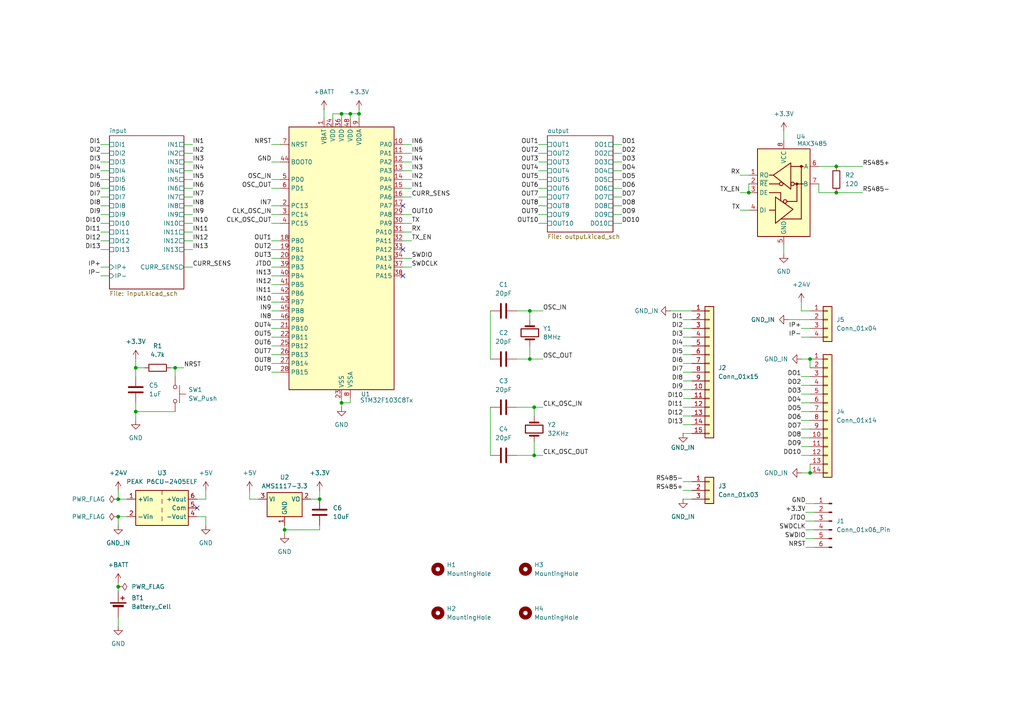
<source format=kicad_sch>
(kicad_sch (version 20250114) (generator "eeschema") (generator_version "9.0")
  (paper "A4")
  (lib_symbols
    (symbol "Connector:Conn_01x06_Pin" (pin_names (offset 1.016) (hide yes))
      (property "Reference" "J" (at 0 7.62 0))
      (property "Value" "Conn_01x06_Pin" (at 0 -10.16 0))
      (symbol "Conn_01x06_Pin_1_1"
        (pin passive line (at 5.08 5.08 180) (length 3.81) (name "Pin_1") (number "1"))
        (pin passive line (at 5.08 2.54 180) (length 3.81) (name "Pin_2") (number "2"))
        (pin passive line (at 5.08 0 180) (length 3.81) (name "Pin_3") (number "3"))
        (pin passive line (at 5.08 -2.54 180) (length 3.81) (name "Pin_4") (number "4"))
        (pin passive line (at 5.08 -5.08 180) (length 3.81) (name "Pin_5") (number "5"))
        (pin passive line (at 5.08 -7.62 180) (length 3.81) (name "Pin_6") (number "6"))
      )
    )
    (symbol "Connector_Generic:Conn_01x03" (pin_names (offset 1.016) (hide yes))
      (property "Reference" "J" (at 0 5.08 0))
      (property "Value" "Conn_01x03" (at 0 -5.08 0))
      (symbol "Conn_01x03_1_1"
        (pin passive line (at -5.08 2.54 0) (length 3.81) (name "Pin_1") (number "1"))
        (pin passive line (at -5.08 0 0) (length 3.81) (name "Pin_2") (number "2"))
        (pin passive line (at -5.08 -2.54 0) (length 3.81) (name "Pin_3") (number "3"))
      )
    )
    (symbol "Connector_Generic:Conn_01x04" (pin_names (offset 1.016) (hide yes))
      (property "Reference" "J" (at 0 5.08 0))
      (property "Value" "Conn_01x04" (at 0 -7.62 0))
      (symbol "Conn_01x04_1_1"
        (pin passive line (at -5.08 2.54 0) (length 3.81) (name "Pin_1") (number "1"))
        (pin passive line (at -5.08 0 0) (length 3.81) (name "Pin_2") (number "2"))
        (pin passive line (at -5.08 -2.54 0) (length 3.81) (name "Pin_3") (number "3"))
        (pin passive line (at -5.08 -5.08 0) (length 3.81) (name "Pin_4") (number "4"))
      )
    )
    (symbol "Connector_Generic:Conn_01x14" (pin_names (offset 1.016) (hide yes))
      (property "Reference" "J" (at 0 17.78 0))
      (property "Value" "Conn_01x14" (at 0 -20.32 0))
      (symbol "Conn_01x14_1_1"
        (pin passive line (at -5.08 15.24 0) (length 3.81) (name "Pin_1") (number "1"))
        (pin passive line (at -5.08 12.7 0) (length 3.81) (name "Pin_2") (number "2"))
        (pin passive line (at -5.08 10.16 0) (length 3.81) (name "Pin_3") (number "3"))
        (pin passive line (at -5.08 7.62 0) (length 3.81) (name "Pin_4") (number "4"))
        (pin passive line (at -5.08 5.08 0) (length 3.81) (name "Pin_5") (number "5"))
        (pin passive line (at -5.08 2.54 0) (length 3.81) (name "Pin_6") (number "6"))
        (pin passive line (at -5.08 0 0) (length 3.81) (name "Pin_7") (number "7"))
        (pin passive line (at -5.08 -2.54 0) (length 3.81) (name "Pin_8") (number "8"))
        (pin passive line (at -5.08 -5.08 0) (length 3.81) (name "Pin_9") (number "9"))
        (pin passive line (at -5.08 -7.62 0) (length 3.81) (name "Pin_10") (number "10"))
        (pin passive line (at -5.08 -10.16 0) (length 3.81) (name "Pin_11") (number "11"))
        (pin passive line (at -5.08 -12.7 0) (length 3.81) (name "Pin_12") (number "12"))
        (pin passive line (at -5.08 -15.24 0) (length 3.81) (name "Pin_13") (number "13"))
        (pin passive line (at -5.08 -17.78 0) (length 3.81) (name "Pin_14") (number "14"))
      )
    )
    (symbol "Connector_Generic:Conn_01x15" (pin_names (offset 1.016) (hide yes))
      (property "Reference" "J" (at 0 20.32 0))
      (property "Value" "Conn_01x15" (at 0 -20.32 0))
      (symbol "Conn_01x15_1_1"
        (pin passive line (at -5.08 17.78 0) (length 3.81) (name "Pin_1") (number "1"))
        (pin passive line (at -5.08 15.24 0) (length 3.81) (name "Pin_2") (number "2"))
        (pin passive line (at -5.08 12.7 0) (length 3.81) (name "Pin_3") (number "3"))
        (pin passive line (at -5.08 10.16 0) (length 3.81) (name "Pin_4") (number "4"))
        (pin passive line (at -5.08 7.62 0) (length 3.81) (name "Pin_5") (number "5"))
        (pin passive line (at -5.08 5.08 0) (length 3.81) (name "Pin_6") (number "6"))
        (pin passive line (at -5.08 2.54 0) (length 3.81) (name "Pin_7") (number "7"))
        (pin passive line (at -5.08 0 0) (length 3.81) (name "Pin_8") (number "8"))
        (pin passive line (at -5.08 -2.54 0) (length 3.81) (name "Pin_9") (number "9"))
        (pin passive line (at -5.08 -5.08 0) (length 3.81) (name "Pin_10") (number "10"))
        (pin passive line (at -5.08 -7.62 0) (length 3.81) (name "Pin_11") (number "11"))
        (pin passive line (at -5.08 -10.16 0) (length 3.81) (name "Pin_12") (number "12"))
        (pin passive line (at -5.08 -12.7 0) (length 3.81) (name "Pin_13") (number "13"))
        (pin passive line (at -5.08 -15.24 0) (length 3.81) (name "Pin_14") (number "14"))
        (pin passive line (at -5.08 -17.78 0) (length 3.81) (name "Pin_15") (number "15"))
      )
    )
    (symbol "Converter_DCDC:TMA-2405D"
      (property "Reference" "U" (at -6.35 6.35 0))
      (property "Value" "TMA-2405D" (at 2.54 6.35 0))
      (symbol "TMA-2405D_1_1"
        (pin power_in line (at -10.16 2.54 0) (length 2.54) (name "+Vin") (number "1"))
        (pin power_in line (at -10.16 -2.54 0) (length 2.54) (name "-Vin") (number "2"))
        (pin power_out line (at 10.16 2.54 180) (length 2.54) (name "+Vout") (number "6"))
        (pin power_out line (at 10.16 0 180) (length 2.54) (name "Com") (number "5"))
        (pin power_out line (at 10.16 -2.54 180) (length 2.54) (name "-Vout") (number "4"))
      )
    )
    (symbol "Device:Battery_Cell" (pin_numbers (hide yes)) (pin_names (offset 0) (hide yes))
      (property "Reference" "BT" (at 2.54 2.54 0))
      (property "Value" "Battery_Cell" (at 2.54 0 0))
      (symbol "Battery_Cell_1_1"
        (pin passive line (at 0 5.08 270) (length 2.54) (name "+") (number "1"))
        (pin passive line (at 0 -2.54 90) (length 2.54) (name "-") (number "2"))
      )
    )
    (symbol "Device:C" (pin_numbers (hide yes)) (pin_names (offset 0.254))
      (property "Reference" "C" (at 0.635 2.54 0))
      (property "Value" "C" (at 0.635 -2.54 0))
      (symbol "C_1_1"
        (pin passive line (at 0 3.81 270) (length 2.794) (name "~") (number "1"))
        (pin passive line (at 0 -3.81 90) (length 2.794) (name "~") (number "2"))
      )
    )
    (symbol "Device:Crystal" (pin_numbers (hide yes)) (pin_names (offset 1.016) (hide yes))
      (property "Reference" "Y" (at 0 3.81 0))
      (property "Value" "Crystal" (at 0 -3.81 0))
      (symbol "Crystal_1_1"
        (pin passive line (at -3.81 0 0) (length 1.27) (name "1") (number "1"))
        (pin passive line (at 3.81 0 180) (length 1.27) (name "2") (number "2"))
      )
    )
    (symbol "Device:R" (pin_numbers (hide yes)) (pin_names (offset 0))
      (property "Reference" "R" (at 2.032 0 90))
      (property "Value" "R" (at 0 0 90))
      (symbol "R_1_1"
        (pin passive line (at 0 3.81 270) (length 1.27) (name "~") (number "1"))
        (pin passive line (at 0 -3.81 90) (length 1.27) (name "~") (number "2"))
      )
    )
    (symbol "Interface_UART:MAX3485"
      (property "Reference" "U" (at -6.985 13.97 0))
      (property "Value" "MAX3485" (at 1.905 13.97 0))
      (symbol "MAX3485_1_1"
        (pin output line (at -10.16 5.08 0) (length 2.54) (name "RO") (number "1"))
        (pin input line (at -10.16 2.54 0) (length 2.54) (name "~{RE}") (number "2"))
        (pin input line (at -10.16 0 0) (length 2.54) (name "DE") (number "3"))
        (pin input line (at -10.16 -5.08 0) (length 2.54) (name "DI") (number "4"))
        (pin power_in line (at 0 15.24 270) (length 2.54) (name "VCC") (number "8"))
        (pin power_in line (at 0 -15.24 90) (length 2.54) (name "GND") (number "5"))
        (pin bidirectional line (at 10.16 7.62 180) (length 2.54) (name "A") (number "6"))
        (pin bidirectional line (at 10.16 2.54 180) (length 2.54) (name "B") (number "7"))
      )
    )
    (symbol "MCU_ST_STM32F1:STM32F103C8Tx"
      (property "Reference" "U" (at -15.24 39.37 0))
      (property "Value" "STM32F103C8Tx" (at 7.62 39.37 0))
      (symbol "STM32F103C8Tx_1_1"
        (pin input line (at -17.78 33.02 0) (length 2.54) (name "NRST") (number "7"))
        (pin input line (at -17.78 27.94 0) (length 2.54) (name "BOOT0") (number "44"))
        (pin bidirectional line (at -17.78 22.86 0) (length 2.54) (name "PD0") (number "5"))
        (pin bidirectional line (at -17.78 20.32 0) (length 2.54) (name "PD1") (number "6"))
        (pin bidirectional line (at -17.78 15.24 0) (length 2.54) (name "PC13") (number "2"))
        (pin bidirectional line (at -17.78 12.7 0) (length 2.54) (name "PC14") (number "3"))
        (pin bidirectional line (at -17.78 10.16 0) (length 2.54) (name "PC15") (number "4"))
        (pin bidirectional line (at -17.78 5.08 0) (length 2.54) (name "PB0") (number "18"))
        (pin bidirectional line (at -17.78 2.54 0) (length 2.54) (name "PB1") (number "19"))
        (pin bidirectional line (at -17.78 0 0) (length 2.54) (name "PB2") (number "20"))
        (pin bidirectional line (at -17.78 -2.54 0) (length 2.54) (name "PB3") (number "39"))
        (pin bidirectional line (at -17.78 -5.08 0) (length 2.54) (name "PB4") (number "40"))
        (pin bidirectional line (at -17.78 -7.62 0) (length 2.54) (name "PB5") (number "41"))
        (pin bidirectional line (at -17.78 -10.16 0) (length 2.54) (name "PB6") (number "42"))
        (pin bidirectional line (at -17.78 -12.7 0) (length 2.54) (name "PB7") (number "43"))
        (pin bidirectional line (at -17.78 -15.24 0) (length 2.54) (name "PB8") (number "45"))
        (pin bidirectional line (at -17.78 -17.78 0) (length 2.54) (name "PB9") (number "46"))
        (pin bidirectional line (at -17.78 -20.32 0) (length 2.54) (name "PB10") (number "21"))
        (pin bidirectional line (at -17.78 -22.86 0) (length 2.54) (name "PB11") (number "22"))
        (pin bidirectional line (at -17.78 -25.4 0) (length 2.54) (name "PB12") (number "25"))
        (pin bidirectional line (at -17.78 -27.94 0) (length 2.54) (name "PB13") (number "26"))
        (pin bidirectional line (at -17.78 -30.48 0) (length 2.54) (name "PB14") (number "27"))
        (pin bidirectional line (at -17.78 -33.02 0) (length 2.54) (name "PB15") (number "28"))
        (pin power_in line (at -5.08 40.64 270) (length 2.54) (name "VBAT") (number "1"))
        (pin power_in line (at -2.54 40.64 270) (length 2.54) (name "VDD") (number "24"))
        (pin power_in line (at 0 40.64 270) (length 2.54) (name "VDD") (number "36"))
        (pin power_in line (at 0 -40.64 90) (length 2.54) (name "VSS") (number "23"))
        (pin passive line (at 0 -40.64 90) (length 2.54) (hide yes) (name "VSS") (number "35"))
        (pin passive line (at 0 -40.64 90) (length 2.54) (hide yes) (name "VSS") (number "47"))
        (pin power_in line (at 2.54 40.64 270) (length 2.54) (name "VDD") (number "48"))
        (pin power_in line (at 2.54 -40.64 90) (length 2.54) (name "VSSA") (number "8"))
        (pin power_in line (at 5.08 40.64 270) (length 2.54) (name "VDDA") (number "9"))
        (pin bidirectional line (at 17.78 33.02 180) (length 2.54) (name "PA0") (number "10"))
        (pin bidirectional line (at 17.78 30.48 180) (length 2.54) (name "PA1") (number "11"))
        (pin bidirectional line (at 17.78 27.94 180) (length 2.54) (name "PA2") (number "12"))
        (pin bidirectional line (at 17.78 25.4 180) (length 2.54) (name "PA3") (number "13"))
        (pin bidirectional line (at 17.78 22.86 180) (length 2.54) (name "PA4") (number "14"))
        (pin bidirectional line (at 17.78 20.32 180) (length 2.54) (name "PA5") (number "15"))
        (pin bidirectional line (at 17.78 17.78 180) (length 2.54) (name "PA6") (number "16"))
        (pin bidirectional line (at 17.78 15.24 180) (length 2.54) (name "PA7") (number "17"))
        (pin bidirectional line (at 17.78 12.7 180) (length 2.54) (name "PA8") (number "29"))
        (pin bidirectional line (at 17.78 10.16 180) (length 2.54) (name "PA9") (number "30"))
        (pin bidirectional line (at 17.78 7.62 180) (length 2.54) (name "PA10") (number "31"))
        (pin bidirectional line (at 17.78 5.08 180) (length 2.54) (name "PA11") (number "32"))
        (pin bidirectional line (at 17.78 2.54 180) (length 2.54) (name "PA12") (number "33"))
        (pin bidirectional line (at 17.78 0 180) (length 2.54) (name "PA13") (number "34"))
        (pin bidirectional line (at 17.78 -2.54 180) (length 2.54) (name "PA14") (number "37"))
        (pin bidirectional line (at 17.78 -5.08 180) (length 2.54) (name "PA15") (number "38"))
      )
    )
    (symbol "Mechanical:MountingHole" (pin_names (offset 1.016)) (exclude_from_sim yes) (in_bom no)
      (property "Reference" "H" (at 0 5.08 0))
      (property "Value" "MountingHole" (at 0 3.175 0))
    )
    (symbol "Regulator_Linear:AMS1117-3.3"
      (property "Reference" "U" (at -3.81 3.175 0))
      (property "Value" "AMS1117-3.3" (at 0 3.175 0))
      (symbol "AMS1117-3.3_1_1"
        (pin power_in line (at -7.62 0 0) (length 2.54) (name "VI") (number "3"))
        (pin power_in line (at 0 -7.62 90) (length 2.54) (name "GND") (number "1"))
        (pin power_out line (at 7.62 0 180) (length 2.54) (name "VO") (number "2"))
      )
    )
    (symbol "Switch:SW_Push" (pin_numbers (hide yes)) (pin_names (offset 1.016) (hide yes))
      (property "Reference" "SW" (at 1.27 2.54 0))
      (property "Value" "SW_Push" (at 0 -1.524 0))
      (symbol "SW_Push_0_1"
        (pin passive line (at -5.08 0 0) (length 2.54) (name "1") (number "1"))
        (pin passive line (at 5.08 0 180) (length 2.54) (name "2") (number "2"))
      )
    )
    (symbol "power:+24V" (power) (pin_numbers (hide yes)) (pin_names (offset 0) (hide yes))
      (property "Value" "+24V" (at 0 3.556 0))
      (symbol "+24V_1_1"
        (pin power_in line (at 0 0 90) (length 0) (name "~") (number "1"))
      )
    )
    (symbol "power:+3.3V" (power) (pin_numbers (hide yes)) (pin_names (offset 0) (hide yes))
      (property "Value" "+3.3V" (at 0 3.556 0))
      (symbol "+3.3V_1_1"
        (pin power_in line (at 0 0 90) (length 0) (name "~") (number "1"))
      )
    )
    (symbol "power:+5V" (power) (pin_numbers (hide yes)) (pin_names (offset 0) (hide yes))
      (property "Value" "+5V" (at 0 3.556 0))
      (symbol "+5V_1_1"
        (pin power_in line (at 0 0 90) (length 0) (name "~") (number "1"))
      )
    )
    (symbol "power:+BATT" (power) (pin_numbers (hide yes)) (pin_names (offset 0) (hide yes))
      (property "Value" "+BATT" (at 0 3.556 0))
      (symbol "+BATT_1_1"
        (pin power_in line (at 0 0 90) (length 0) (name "~") (number "1"))
      )
    )
    (symbol "power:GND" (power) (pin_numbers (hide yes)) (pin_names (offset 0) (hide yes))
      (property "Value" "GND" (at 0 -3.81 0))
      (symbol "GND_1_1"
        (pin power_in line (at 0 0 270) (length 0) (name "~") (number "1"))
      )
    )
    (symbol "power:PWR_FLAG" (power) (pin_numbers (hide yes)) (pin_names (offset 0) (hide yes))
      (property "Value" "PWR_FLAG" (at 0 3.81 0))
      (symbol "PWR_FLAG_0_0"
        (pin power_out line (at 0 0 90) (length 0) (name "~") (number "1"))
      )
    )
  )
  (junction (at 82.55 153.67))
  (junction (at 242.57 55.88))
  (junction (at 153.67 90.17))
  (junction (at 34.29 144.78))
  (junction (at 92.71 144.78))
  (junction (at 34.29 170.18))
  (junction (at 154.94 132.08))
  (junction (at 242.57 48.26))
  (junction (at 153.67 104.14))
  (junction (at 39.37 119.38))
  (junction (at 217.17 55.88))
  (junction (at 234.95 104.14))
  (junction (at 39.37 106.68))
  (junction (at 99.06 33.02))
  (junction (at 99.06 116.84))
  (junction (at 101.6 33.02))
  (junction (at 50.8 106.68))
  (junction (at 234.95 137.16))
  (junction (at 104.14 33.02))
  (junction (at 34.29 149.86))
  (junction (at 154.94 118.11))
  (no_connect (at 57.15 147.32))
  (no_connect (at 116.84 80.01))
  (no_connect (at 116.84 59.69))
  (no_connect (at 116.84 72.39))
  (wire (pts (xy 29.21 41.91) (xy 31.75 41.91)))
  (wire (pts (xy 177.8 52.07) (xy 180.34 52.07)))
  (wire (pts (xy 57.15 144.78) (xy 59.69 144.78)))
  (wire (pts (xy 232.41 97.79) (xy 234.95 97.79)))
  (wire (pts (xy 242.57 55.88) (xy 250.19 55.88)))
  (wire (pts (xy 36.83 149.86) (xy 34.29 149.86)))
  (wire (pts (xy 153.67 104.14) (xy 157.48 104.14)))
  (wire (pts (xy 233.68 158.75) (xy 236.22 158.75)))
  (wire (pts (xy 78.74 41.91) (xy 81.28 41.91)))
  (wire (pts (xy 78.74 92.71) (xy 81.28 92.71)))
  (wire (pts (xy 116.84 57.15) (xy 119.38 57.15)))
  (wire (pts (xy 233.68 156.21) (xy 236.22 156.21)))
  (wire (pts (xy 29.21 54.61) (xy 31.75 54.61)))
  (wire (pts (xy 50.8 106.68) (xy 50.8 109.22)))
  (wire (pts (xy 232.41 109.22) (xy 234.95 109.22)))
  (wire (pts (xy 99.06 116.84) (xy 99.06 118.11)))
  (wire (pts (xy 228.6 92.71) (xy 234.95 92.71)))
  (wire (pts (xy 232.41 90.17) (xy 232.41 87.63)))
  (wire (pts (xy 78.74 80.01) (xy 81.28 80.01)))
  (wire (pts (xy 78.74 62.23) (xy 81.28 62.23)))
  (wire (pts (xy 53.34 57.15) (xy 55.88 57.15)))
  (wire (pts (xy 39.37 116.84) (xy 39.37 119.38)))
  (wire (pts (xy 39.37 106.68) (xy 39.37 104.14)))
  (wire (pts (xy 232.41 132.08) (xy 234.95 132.08)))
  (wire (pts (xy 198.12 95.25) (xy 200.66 95.25)))
  (wire (pts (xy 116.84 77.47) (xy 119.38 77.47)))
  (wire (pts (xy 41.91 106.68) (xy 39.37 106.68)))
  (wire (pts (xy 116.84 41.91) (xy 119.38 41.91)))
  (wire (pts (xy 149.86 118.11) (xy 154.94 118.11)))
  (wire (pts (xy 232.41 121.92) (xy 234.95 121.92)))
  (wire (pts (xy 153.67 100.33) (xy 153.67 104.14)))
  (wire (pts (xy 29.21 77.47) (xy 31.75 77.47)))
  (wire (pts (xy 232.41 114.3) (xy 234.95 114.3)))
  (wire (pts (xy 34.29 170.18) (xy 34.29 171.45)))
  (wire (pts (xy 78.74 90.17) (xy 81.28 90.17)))
  (wire (pts (xy 116.84 64.77) (xy 119.38 64.77)))
  (wire (pts (xy 78.74 46.99) (xy 81.28 46.99)))
  (wire (pts (xy 116.84 46.99) (xy 119.38 46.99)))
  (wire (pts (xy 29.21 64.77) (xy 31.75 64.77)))
  (wire (pts (xy 78.74 102.87) (xy 81.28 102.87)))
  (wire (pts (xy 214.63 50.8) (xy 217.17 50.8)))
  (wire (pts (xy 217.17 53.34) (xy 217.17 55.88)))
  (wire (pts (xy 156.21 62.23) (xy 158.75 62.23)))
  (wire (pts (xy 59.69 144.78) (xy 59.69 142.24)))
  (wire (pts (xy 78.74 95.25) (xy 81.28 95.25)))
  (wire (pts (xy 29.21 72.39) (xy 31.75 72.39)))
  (wire (pts (xy 116.84 62.23) (xy 119.38 62.23)))
  (wire (pts (xy 237.49 48.26) (xy 242.57 48.26)))
  (wire (pts (xy 198.12 105.41) (xy 200.66 105.41)))
  (wire (pts (xy 92.71 144.78) (xy 92.71 142.24)))
  (wire (pts (xy 154.94 118.11) (xy 154.94 120.65)))
  (wire (pts (xy 53.34 54.61) (xy 55.88 54.61)))
  (wire (pts (xy 237.49 55.88) (xy 242.57 55.88)))
  (wire (pts (xy 78.74 77.47) (xy 81.28 77.47)))
  (wire (pts (xy 78.74 64.77) (xy 81.28 64.77)))
  (wire (pts (xy 29.21 67.31) (xy 31.75 67.31)))
  (wire (pts (xy 78.74 52.07) (xy 81.28 52.07)))
  (wire (pts (xy 149.86 90.17) (xy 153.67 90.17)))
  (wire (pts (xy 234.95 90.17) (xy 232.41 90.17)))
  (wire (pts (xy 99.06 115.57) (xy 99.06 116.84)))
  (wire (pts (xy 194.31 90.17) (xy 200.66 90.17)))
  (wire (pts (xy 78.74 85.09) (xy 81.28 85.09)))
  (wire (pts (xy 198.12 118.11) (xy 200.66 118.11)))
  (wire (pts (xy 93.98 31.75) (xy 93.98 34.29)))
  (wire (pts (xy 232.41 95.25) (xy 234.95 95.25)))
  (wire (pts (xy 34.29 142.24) (xy 34.29 144.78)))
  (wire (pts (xy 78.74 97.79) (xy 81.28 97.79)))
  (wire (pts (xy 156.21 59.69) (xy 158.75 59.69)))
  (wire (pts (xy 153.67 90.17) (xy 157.48 90.17)))
  (wire (pts (xy 214.63 60.96) (xy 217.17 60.96)))
  (wire (pts (xy 101.6 115.57) (xy 101.6 116.84)))
  (wire (pts (xy 39.37 121.92) (xy 39.37 119.38)))
  (wire (pts (xy 92.71 153.67) (xy 82.55 153.67)))
  (wire (pts (xy 198.12 142.24) (xy 200.66 142.24)))
  (wire (pts (xy 156.21 44.45) (xy 158.75 44.45)))
  (wire (pts (xy 29.21 69.85) (xy 31.75 69.85)))
  (wire (pts (xy 53.34 46.99) (xy 55.88 46.99)))
  (wire (pts (xy 53.34 52.07) (xy 55.88 52.07)))
  (wire (pts (xy 116.84 67.31) (xy 119.38 67.31)))
  (wire (pts (xy 29.21 80.01) (xy 31.75 80.01)))
  (wire (pts (xy 234.95 134.62) (xy 234.95 137.16)))
  (wire (pts (xy 82.55 153.67) (xy 82.55 152.4)))
  (wire (pts (xy 78.74 74.93) (xy 81.28 74.93)))
  (wire (pts (xy 53.34 69.85) (xy 55.88 69.85)))
  (wire (pts (xy 29.21 62.23) (xy 31.75 62.23)))
  (wire (pts (xy 198.12 139.7) (xy 200.66 139.7)))
  (wire (pts (xy 53.34 59.69) (xy 55.88 59.69)))
  (wire (pts (xy 96.52 33.02) (xy 96.52 34.29)))
  (wire (pts (xy 53.34 67.31) (xy 55.88 67.31)))
  (wire (pts (xy 53.34 44.45) (xy 55.88 44.45)))
  (wire (pts (xy 101.6 33.02) (xy 101.6 34.29)))
  (wire (pts (xy 153.67 104.14) (xy 149.86 104.14)))
  (wire (pts (xy 156.21 52.07) (xy 158.75 52.07)))
  (wire (pts (xy 232.41 137.16) (xy 234.95 137.16)))
  (wire (pts (xy 78.74 107.95) (xy 81.28 107.95)))
  (wire (pts (xy 232.41 116.84) (xy 234.95 116.84)))
  (wire (pts (xy 29.21 44.45) (xy 31.75 44.45)))
  (wire (pts (xy 78.74 54.61) (xy 81.28 54.61)))
  (wire (pts (xy 177.8 44.45) (xy 180.34 44.45)))
  (wire (pts (xy 104.14 31.75) (xy 104.14 33.02)))
  (wire (pts (xy 96.52 33.02) (xy 99.06 33.02)))
  (wire (pts (xy 198.12 120.65) (xy 200.66 120.65)))
  (wire (pts (xy 53.34 62.23) (xy 55.88 62.23)))
  (wire (pts (xy 156.21 49.53) (xy 158.75 49.53)))
  (wire (pts (xy 177.8 62.23) (xy 180.34 62.23)))
  (wire (pts (xy 29.21 59.69) (xy 31.75 59.69)))
  (wire (pts (xy 72.39 142.24) (xy 72.39 144.78)))
  (wire (pts (xy 227.33 38.1) (xy 227.33 40.64)))
  (wire (pts (xy 116.84 52.07) (xy 119.38 52.07)))
  (wire (pts (xy 142.24 90.17) (xy 142.24 104.14)))
  (wire (pts (xy 177.8 59.69) (xy 180.34 59.69)))
  (wire (pts (xy 72.39 144.78) (xy 74.93 144.78)))
  (wire (pts (xy 154.94 132.08) (xy 157.48 132.08)))
  (wire (pts (xy 29.21 46.99) (xy 31.75 46.99)))
  (wire (pts (xy 101.6 116.84) (xy 99.06 116.84)))
  (wire (pts (xy 78.74 72.39) (xy 81.28 72.39)))
  (wire (pts (xy 198.12 123.19) (xy 200.66 123.19)))
  (wire (pts (xy 198.12 113.03) (xy 200.66 113.03)))
  (wire (pts (xy 198.12 110.49) (xy 200.66 110.49)))
  (wire (pts (xy 92.71 152.4) (xy 92.71 153.67)))
  (wire (pts (xy 214.63 55.88) (xy 217.17 55.88)))
  (wire (pts (xy 53.34 64.77) (xy 55.88 64.77)))
  (wire (pts (xy 53.34 41.91) (xy 55.88 41.91)))
  (wire (pts (xy 227.33 71.12) (xy 227.33 73.66)))
  (wire (pts (xy 156.21 41.91) (xy 158.75 41.91)))
  (wire (pts (xy 90.17 144.78) (xy 92.71 144.78)))
  (wire (pts (xy 99.06 33.02) (xy 99.06 34.29)))
  (wire (pts (xy 232.41 124.46) (xy 234.95 124.46)))
  (wire (pts (xy 233.68 148.59) (xy 236.22 148.59)))
  (wire (pts (xy 198.12 92.71) (xy 200.66 92.71)))
  (wire (pts (xy 142.24 118.11) (xy 142.24 132.08)))
  (wire (pts (xy 78.74 105.41) (xy 81.28 105.41)))
  (wire (pts (xy 198.12 97.79) (xy 200.66 97.79)))
  (wire (pts (xy 156.21 46.99) (xy 158.75 46.99)))
  (wire (pts (xy 53.34 49.53) (xy 55.88 49.53)))
  (wire (pts (xy 29.21 52.07) (xy 31.75 52.07)))
  (wire (pts (xy 34.29 144.78) (xy 36.83 144.78)))
  (wire (pts (xy 34.29 179.07) (xy 34.29 181.61)))
  (wire (pts (xy 34.29 149.86) (xy 34.29 152.4)))
  (wire (pts (xy 29.21 49.53) (xy 31.75 49.53)))
  (wire (pts (xy 198.12 102.87) (xy 200.66 102.87)))
  (wire (pts (xy 50.8 106.68) (xy 53.34 106.68)))
  (wire (pts (xy 154.94 118.11) (xy 157.48 118.11)))
  (wire (pts (xy 233.68 151.13) (xy 236.22 151.13)))
  (wire (pts (xy 39.37 119.38) (xy 50.8 119.38)))
  (wire (pts (xy 78.74 59.69) (xy 81.28 59.69)))
  (wire (pts (xy 116.84 44.45) (xy 119.38 44.45)))
  (wire (pts (xy 53.34 72.39) (xy 55.88 72.39)))
  (wire (pts (xy 154.94 132.08) (xy 154.94 128.27)))
  (wire (pts (xy 29.21 57.15) (xy 31.75 57.15)))
  (wire (pts (xy 232.41 127) (xy 234.95 127)))
  (wire (pts (xy 49.53 106.68) (xy 50.8 106.68)))
  (wire (pts (xy 177.8 64.77) (xy 180.34 64.77)))
  (wire (pts (xy 57.15 149.86) (xy 59.69 149.86)))
  (wire (pts (xy 177.8 46.99) (xy 180.34 46.99)))
  (wire (pts (xy 232.41 129.54) (xy 234.95 129.54)))
  (wire (pts (xy 242.57 48.26) (xy 250.19 48.26)))
  (wire (pts (xy 99.06 33.02) (xy 101.6 33.02)))
  (wire (pts (xy 177.8 54.61) (xy 180.34 54.61)))
  (wire (pts (xy 232.41 119.38) (xy 234.95 119.38)))
  (wire (pts (xy 233.68 146.05) (xy 236.22 146.05)))
  (wire (pts (xy 78.74 82.55) (xy 81.28 82.55)))
  (wire (pts (xy 53.34 77.47) (xy 55.88 77.47)))
  (wire (pts (xy 156.21 54.61) (xy 158.75 54.61)))
  (wire (pts (xy 177.8 41.91) (xy 180.34 41.91)))
  (wire (pts (xy 78.74 87.63) (xy 81.28 87.63)))
  (wire (pts (xy 233.68 153.67) (xy 236.22 153.67)))
  (wire (pts (xy 198.12 125.73) (xy 200.66 125.73)))
  (wire (pts (xy 198.12 144.78) (xy 200.66 144.78)))
  (wire (pts (xy 153.67 90.17) (xy 153.67 92.71)))
  (wire (pts (xy 149.86 132.08) (xy 154.94 132.08)))
  (wire (pts (xy 82.55 154.94) (xy 82.55 153.67)))
  (wire (pts (xy 177.8 49.53) (xy 180.34 49.53)))
  (wire (pts (xy 198.12 107.95) (xy 200.66 107.95)))
  (wire (pts (xy 104.14 33.02) (xy 101.6 33.02)))
  (wire (pts (xy 232.41 111.76) (xy 234.95 111.76)))
  (wire (pts (xy 78.74 100.33) (xy 81.28 100.33)))
  (wire (pts (xy 156.21 64.77) (xy 158.75 64.77)))
  (wire (pts (xy 237.49 53.34) (xy 237.49 55.88)))
  (wire (pts (xy 39.37 106.68) (xy 39.37 109.22)))
  (wire (pts (xy 198.12 100.33) (xy 200.66 100.33)))
  (wire (pts (xy 104.14 34.29) (xy 104.14 33.02)))
  (wire (pts (xy 198.12 115.57) (xy 200.66 115.57)))
  (wire (pts (xy 116.84 49.53) (xy 119.38 49.53)))
  (wire (pts (xy 232.41 104.14) (xy 234.95 104.14)))
  (wire (pts (xy 116.84 74.93) (xy 119.38 74.93)))
  (wire (pts (xy 34.29 168.91) (xy 34.29 170.18)))
  (wire (pts (xy 116.84 54.61) (xy 119.38 54.61)))
  (wire (pts (xy 156.21 57.15) (xy 158.75 57.15)))
  (wire (pts (xy 177.8 57.15) (xy 180.34 57.15)))
  (wire (pts (xy 234.95 104.14) (xy 234.95 106.68)))
  (wire (pts (xy 78.74 69.85) (xy 81.28 69.85)))
  (wire (pts (xy 59.69 149.86) (xy 59.69 152.4)))
  (wire (pts (xy 116.84 69.85) (xy 119.38 69.85)))
  (label "JTDO" (at 78.74 77.47 180))
  (label "OUT3" (at 78.74 74.93 180))
  (label "DI4" (at 198.12 100.33 180))
  (label "CURR_SENS" (at 55.88 77.47 0))
  (label "OUT9" (at 78.74 107.95 180))
  (label "TX" (at 119.38 64.77 0))
  (label "DI7" (at 29.21 57.15 180))
  (label "OUT6" (at 156.21 54.61 180))
  (label "NRST" (at 233.68 158.75 180))
  (label "TX_EN" (at 214.63 55.88 180))
  (label "IN12" (at 55.88 69.85 0))
  (label "DO2" (at 180.34 44.45 0))
  (label "RX" (at 119.38 67.31 0))
  (label "OSC_OUT" (at 78.74 54.61 180))
  (label "CLK_OSC_IN" (at 157.48 118.11 0))
  (label "RS485+" (at 198.12 142.24 180))
  (label "GND" (at 78.74 46.99 180))
  (label "IN7" (at 78.74 59.69 180))
  (label "IN5" (at 119.38 44.45 0))
  (label "IN4" (at 119.38 46.99 0))
  (label "DI8" (at 29.21 59.69 180))
  (label "DI12" (at 198.12 120.65 180))
  (label "TX_EN" (at 119.38 69.85 0))
  (label "IN2" (at 55.88 44.45 0))
  (label "OSC_IN" (at 157.48 90.17 0))
  (label "RS485+" (at 250.19 48.26 0))
  (label "IN10" (at 55.88 64.77 0))
  (label "DO5" (at 232.41 119.38 180))
  (label "NRST" (at 53.34 106.68 0))
  (label "IN10" (at 78.74 87.63 180))
  (label "OUT4" (at 78.74 95.25 180))
  (label "IN8" (at 55.88 59.69 0))
  (label "IN11" (at 78.74 85.09 180))
  (label "TX" (at 214.63 60.96 180))
  (label "RX" (at 214.63 50.8 180))
  (label "DO4" (at 180.34 49.53 0))
  (label "DI5" (at 29.21 52.07 180))
  (label "OUT10" (at 156.21 64.77 180))
  (label "OUT4" (at 156.21 49.53 180))
  (label "OUT1" (at 156.21 41.91 180))
  (label "IP+" (at 232.41 95.25 180))
  (label "DI11" (at 29.21 67.31 180))
  (label "SWDIO" (at 119.38 74.93 0))
  (label "IN7" (at 55.88 57.15 0))
  (label "GND" (at 233.68 146.05 180))
  (label "DO4" (at 232.41 116.84 180))
  (label "OSC_OUT" (at 157.48 104.14 0))
  (label "DO5" (at 180.34 52.07 0))
  (label "JTDO" (at 233.68 151.13 180))
  (label "DI3" (at 198.12 97.79 180))
  (label "IN5" (at 55.88 52.07 0))
  (label "RS485-" (at 198.12 139.7 180))
  (label "IP-" (at 29.21 80.01 180))
  (label "DI3" (at 29.21 46.99 180))
  (label "CLK_OSC_IN" (at 78.74 62.23 180))
  (label "OUT6" (at 78.74 100.33 180))
  (label "IN13" (at 55.88 72.39 0))
  (label "DO7" (at 180.34 57.15 0))
  (label "IN9" (at 78.74 90.17 180))
  (label "DO10" (at 180.34 64.77 0))
  (label "DO8" (at 180.34 59.69 0))
  (label "RS485-" (at 250.19 55.88 0))
  (label "DO6" (at 232.41 121.92 180))
  (label "CURR_SENS" (at 119.38 57.15 0))
  (label "IN13" (at 78.74 80.01 180))
  (label "DO9" (at 180.34 62.23 0))
  (label "DI8" (at 198.12 110.49 180))
  (label "DI6" (at 198.12 105.41 180))
  (label "DI10" (at 198.12 115.57 180))
  (label "DI7" (at 198.12 107.95 180))
  (label "OUT5" (at 78.74 97.79 180))
  (label "IN9" (at 55.88 62.23 0))
  (label "OUT7" (at 78.74 102.87 180))
  (label "DI11" (at 198.12 118.11 180))
  (label "OUT1" (at 78.74 69.85 180))
  (label "DO10" (at 232.41 132.08 180))
  (label "DO1" (at 232.41 109.22 180))
  (label "IN6" (at 119.38 41.91 0))
  (label "DI9" (at 29.21 62.23 180))
  (label "DI9" (at 198.12 113.03 180))
  (label "CLK_OSC_OUT" (at 157.48 132.08 0))
  (label "DI12" (at 29.21 69.85 180))
  (label "DI2" (at 198.12 95.25 180))
  (label "DI4" (at 29.21 49.53 180))
  (label "DO8" (at 232.41 127 180))
  (label "DO3" (at 180.34 46.99 0))
  (label "DO1" (at 180.34 41.91 0))
  (label "IN2" (at 119.38 52.07 0))
  (label "IP-" (at 232.41 97.79 180))
  (label "OUT3" (at 156.21 46.99 180))
  (label "DI13" (at 198.12 123.19 180))
  (label "IN11" (at 55.88 67.31 0))
  (label "IN1" (at 119.38 54.61 0))
  (label "OUT5" (at 156.21 52.07 180))
  (label "SWDCLK" (at 233.68 153.67 180))
  (label "OSC_IN" (at 78.74 52.07 180))
  (label "IN12" (at 78.74 82.55 180))
  (label "IN3" (at 55.88 46.99 0))
  (label "DO9" (at 232.41 129.54 180))
  (label "DO2" (at 232.41 111.76 180))
  (label "DI10" (at 29.21 64.77 180))
  (label "CLK_OSC_OUT" (at 78.74 64.77 180))
  (label "SWDIO" (at 233.68 156.21 180))
  (label "IN8" (at 78.74 92.71 180))
  (label "SWDCLK" (at 119.38 77.47 0))
  (label "DI1" (at 29.21 41.91 180))
  (label "DI6" (at 29.21 54.61 180))
  (label "OUT8" (at 156.21 59.69 180))
  (label "DI13" (at 29.21 72.39 180))
  (label "OUT9" (at 156.21 62.23 180))
  (label "DI1" (at 198.12 92.71 180))
  (label "IN4" (at 55.88 49.53 0))
  (label "NRST" (at 78.74 41.91 180))
  (label "DO7" (at 232.41 124.46 180))
  (label "DO6" (at 180.34 54.61 0))
  (label "DI2" (at 29.21 44.45 180))
  (label "+3.3V" (at 233.68 148.59 180))
  (label "OUT8" (at 78.74 105.41 180))
  (label "DO3" (at 232.41 114.3 180))
  (label "OUT2" (at 78.74 72.39 180))
  (label "IN3" (at 119.38 49.53 0))
  (label "IN1" (at 55.88 41.91 0))
  (label "DI5" (at 198.12 102.87 180))
  (label "IN6" (at 55.88 54.61 0))
  (label "OUT2" (at 156.21 44.45 180))
  (label "OUT10" (at 119.38 62.23 0))
  (label "IP+" (at 29.21 77.47 180))
  (label "OUT7" (at 156.21 57.15 180))
  (symbol (lib_id "power:PWR_FLAG") (at 34.29 144.78 90) (unit 1)
    (property "Reference" "#FLG01" (effects (hide yes)))
    (property "Value" "PWR_FLAG" (at 30.48 144.7799 90) (effects (justify left)))
    (property "Description" "Special symbol for telling ERC where power comes from" (effects (hide yes)))
  )
  (symbol (lib_id "Mechanical:MountingHole") (at 127 177.8 0) (unit 1) (exclude_from_sim yes) (in_bom no)
    (property "Reference" "H2" (at 129.54 176.5299 0) (effects (justify left)))
    (property "Value" "MountingHole" (at 129.54 179.0699 0) (effects (justify left)))
    (property "Footprint" "MountingHole:MountingHole_3.2mm_M3" (effects (hide yes)))
    (property "Description" "Mounting Hole without connection" (effects (hide yes)))
  )
  (symbol (lib_id "Mechanical:MountingHole") (at 152.4 165.1 0) (unit 1) (exclude_from_sim yes) (in_bom no)
    (property "Reference" "H3" (at 154.94 163.8299 0) (effects (justify left)))
    (property "Value" "MountingHole" (at 154.94 166.3699 0) (effects (justify left)))
    (property "Footprint" "MountingHole:MountingHole_3.2mm_M3" (effects (hide yes)))
    (property "Description" "Mounting Hole without connection" (effects (hide yes)))
  )
  (symbol (lib_id "Connector:Conn_01x06_Pin") (at 241.3 151.13 0) (mirror y) (unit 1)
    (property "Reference" "J1" (at 242.57 151.1299 0) (effects (justify right)))
    (property "Value" "Conn_01x06_Pin" (at 242.57 153.6699 0) (effects (justify right)))
    (property "Footprint" "Connector_PinHeader_2.54mm:PinHeader_1x06_P2.54mm_Vertical" (effects (hide yes)))
    (property "Description" "Generic connector, single row, 01x06, script generated" (effects (hide yes)))
  )
  (symbol (lib_id "power:PWR_FLAG") (at 34.29 149.86 90) (unit 1)
    (property "Reference" "#FLG04" (effects (hide yes)))
    (property "Value" "PWR_FLAG" (at 30.48 149.8599 90) (effects (justify left)))
    (property "Description" "Special symbol for telling ERC where power comes from" (effects (hide yes)))
  )
  (symbol (lib_id "Device:C") (at 146.05 132.08 90) (unit 1)
    (property "Reference" "C4" (at 146.05 124.46 90))
    (property "Value" "20pF" (at 146.05 127 90))
    (property "Footprint" "Capacitor_SMD:C_0805_2012Metric_Pad1.18x1.45mm_HandSolder" (effects (hide yes)))
    (property "Description" "Unpolarized capacitor" (effects (hide yes)))
  )
  (symbol (lib_id "Switch:SW_Push") (at 50.8 114.3 270) (unit 1)
    (property "Reference" "SW1" (at 54.61 113.0299 90) (effects (justify left)))
    (property "Value" "SW_Push" (at 54.61 115.5699 90) (effects (justify left)))
    (property "Footprint" "Button_Switch_SMD:SW_SPST_B3S-1000" (effects (hide yes)))
    (property "Description" "Push button switch, generic, two pins" (effects (hide yes)))
  )
  (symbol (lib_id "power:GND") (at 232.41 137.16 270) (unit 1)
    (property "Reference" "#PWR084" (effects (hide yes)))
    (property "Value" "GND_IN" (at 228.6 137.1599 90) (effects (justify right)))
    (property "Description" "Power symbol creates a global label with name \"GND\" , ground" (effects (hide yes)))
  )
  (symbol (lib_id "power:GND") (at 34.29 181.61 0) (unit 1)
    (property "Reference" "#PWR092" (effects (hide yes)))
    (property "Value" "GND" (at 34.29 186.69 0))
    (property "Description" "Power symbol creates a global label with name \"GND\" , ground" (effects (hide yes)))
  )
  (symbol (lib_id "power:GND") (at 82.55 154.94 0) (unit 1)
    (property "Reference" "#PWR089" (effects (hide yes)))
    (property "Value" "GND" (at 82.55 160.02 0))
    (property "Description" "Power symbol creates a global label with name \"GND\" , ground" (effects (hide yes)))
  )
  (symbol (lib_id "power:GND") (at 99.06 118.11 0) (unit 1)
    (property "Reference" "#PWR02" (effects (hide yes)))
    (property "Value" "GND" (at 99.06 123.19 0))
    (property "Description" "Power symbol creates a global label with name \"GND\" , ground" (effects (hide yes)))
  )
  (symbol (lib_id "power:GND") (at 232.41 104.14 270) (unit 1)
    (property "Reference" "#PWR083" (effects (hide yes)))
    (property "Value" "GND_IN" (at 228.6 104.1399 90) (effects (justify right)))
    (property "Description" "Power symbol creates a global label with name \"GND\" , ground" (effects (hide yes)))
  )
  (symbol (lib_id "Connector_Generic:Conn_01x03") (at 205.74 142.24 0) (unit 1)
    (property "Reference" "J3" (at 208.28 140.9699 0) (effects (justify left)))
    (property "Value" "Conn_01x03" (at 208.28 143.5099 0) (effects (justify left)))
    (property "Footprint" "Connector_Phoenix_MC:PhoenixContact_MCV_1,5_3-G-3.5_1x03_P3.50mm_Vertical" (effects (hide yes)))
    (property "Description" "Generic connector, single row, 01x03, script generated (kicad-library-utils/schlib/autogen/connector/)" (effects (hide yes)))
  )
  (symbol (lib_id "power:+BATT") (at 34.29 168.91 0) (unit 1)
    (property "Reference" "#PWR091" (effects (hide yes)))
    (property "Value" "+BATT" (at 34.29 163.83 0))
    (property "Description" "Power symbol creates a global label with name \"+BATT\"" (effects (hide yes)))
  )
  (symbol (lib_id "power:+3.3V") (at 227.33 38.1 0) (unit 1)
    (property "Reference" "#PWR010" (effects (hide yes)))
    (property "Value" "+3.3V" (at 227.33 33.02 0))
    (property "Description" "Power symbol creates a global label with name \"+3.3V\"" (effects (hide yes)))
  )
  (symbol (lib_id "Converter_DCDC:TMA-2405D") (at 46.99 147.32 0) (unit 1)
    (property "Reference" "U3" (at 46.99 137.16 0))
    (property "Value" "PEAK P6CU-2405ELF" (at 46.99 139.7 0))
    (property "Footprint" "Converter_DCDC:Converter_DCDC_TRACO_TMA-15xxD_24xxD_Dual_THT" (effects (hide yes)))
    (property "Datasheet" "https://www.tracopower.com/products/tma.pdf" (effects (hide yes)))
    (property "Description" "1W DC/DC converter unregulated, 21.6-26.4V input, ±5V fixed output voltage, 100mA each output, 1.0kVDC isolation, SIP-7" (effects (hide yes)))
  )
  (symbol (lib_id "power:+5V") (at 72.39 142.24 0) (unit 1)
    (property "Reference" "#PWR088" (effects (hide yes)))
    (property "Value" "+5V" (at 72.39 137.16 0))
    (property "Description" "Power symbol creates a global label with name \"+5V\"" (effects (hide yes)))
  )
  (symbol (lib_id "Interface_UART:MAX3485") (at 227.33 55.88 0) (unit 1)
    (property "Reference" "U4" (at 230.886 39.624 0) (effects (justify left)))
    (property "Value" "MAX3485" (at 231.14 41.656 0) (effects (justify left)))
    (property "Footprint" "Package_SO:SOIC-8_3.9x4.9mm_P1.27mm" (effects (hide yes)))
    (property "Datasheet" "https://datasheets.maximintegrated.com/en/ds/MAX3483-MAX3491.pdf" (effects (hide yes)))
    (property "Description" "True RS-485/RS-422, 10Mbps, Slew-Rate Limited, with low-power shutdown, with receiver/driver enable, 32 receiver drive capacitity, DIP-8 and SOIC-8" (effects (hide yes)))
  )
  (symbol (lib_id "Regulator_Linear:AMS1117-3.3") (at 82.55 144.78 0) (unit 1)
    (property "Reference" "U2" (at 82.55 138.43 0))
    (property "Value" "AMS1117-3.3" (at 82.55 140.97 0))
    (property "Footprint" "Package_TO_SOT_SMD:SOT-223-3_TabPin2" (effects (hide yes)))
    (property "Datasheet" "http://www.advanced-monolithic.com/pdf/ds1117.pdf" (effects (hide yes)))
    (property "Description" "1A Low Dropout regulator, positive, 3.3V fixed output, SOT-223" (effects (hide yes)))
  )
  (symbol (lib_id "Device:Crystal") (at 153.67 96.52 90) (unit 1)
    (property "Reference" "Y1" (at 157.48 95.2499 90) (effects (justify right)))
    (property "Value" "8MHz" (at 157.48 97.7899 90) (effects (justify right)))
    (property "Footprint" "Crystal:Crystal_SMD_HC49-SD_HandSoldering" (effects (hide yes)))
    (property "Description" "Two pin crystal" (effects (hide yes)))
  )
  (symbol (lib_id "power:GND") (at 59.69 152.4 0) (unit 1)
    (property "Reference" "#PWR087" (effects (hide yes)))
    (property "Value" "GND" (at 59.69 157.48 0))
    (property "Description" "Power symbol creates a global label with name \"GND\" , ground" (effects (hide yes)))
  )
  (symbol (lib_id "power:+3.3V") (at 39.37 104.14 0) (unit 1)
    (property "Reference" "#PWR022" (effects (hide yes)))
    (property "Value" "+3.3V" (at 39.37 99.06 0))
    (property "Description" "Power symbol creates a global label with name \"+3.3V\"" (effects (hide yes)))
  )
  (symbol (lib_id "Connector_Generic:Conn_01x14") (at 240.03 119.38 0) (unit 1)
    (property "Reference" "J4" (at 242.57 119.3799 0) (effects (justify left)))
    (property "Value" "Conn_01x14" (at 242.57 121.9199 0) (effects (justify left)))
    (property "Footprint" "Connector_Phoenix_MC:PhoenixContact_MCV_1,5_14-G-3.5_1x14_P3.50mm_Vertical" (effects (hide yes)))
    (property "Description" "Generic connector, single row, 01x14, script generated (kicad-library-utils/schlib/autogen/connector/)" (effects (hide yes)))
  )
  (symbol (lib_id "MCU_ST_STM32F1:STM32F103C8Tx") (at 99.06 74.93 0) (unit 1)
    (property "Reference" "U1" (at 104.648 114.3 0) (effects (justify left)))
    (property "Value" "STM32F103C8Tx" (at 104.394 116.078 0) (effects (justify left)))
    (property "Footprint" "Package_QFP:LQFP-48_7x7mm_P0.5mm" (effects (hide yes)))
    (property "Datasheet" "https://www.st.com/resource/en/datasheet/stm32f103c8.pdf" (effects (hide yes)))
    (property "Description" "STMicroelectronics Arm Cortex-M3 MCU, 64KB flash, 20KB RAM, 72 MHz, 2.0-3.6V, 37 GPIO, LQFP48" (effects (hide yes)))
  )
  (symbol (lib_id "power:GND") (at 34.29 152.4 0) (unit 1)
    (property "Reference" "#PWR085" (effects (hide yes)))
    (property "Value" "GND_IN" (at 34.29 157.48 0))
    (property "Description" "Power symbol creates a global label with name \"GND\" , ground" (effects (hide yes)))
  )
  (symbol (lib_id "power:+BATT") (at 93.98 31.75 0) (unit 1)
    (property "Reference" "#PWR077" (effects (hide yes)))
    (property "Value" "+BATT" (at 93.98 26.67 0))
    (property "Description" "Power symbol creates a global label with name \"+BATT\"" (effects (hide yes)))
  )
  (symbol (lib_id "power:GND") (at 194.31 90.17 270) (unit 1)
    (property "Reference" "#PWR080" (effects (hide yes)))
    (property "Value" "GND_IN" (at 191.008 90.17 90) (effects (justify right)))
    (property "Description" "Power symbol creates a global label with name \"GND\" , ground" (effects (hide yes)))
  )
  (symbol (lib_id "power:GND") (at 198.12 144.78 0) (unit 1)
    (property "Reference" "#PWR082" (effects (hide yes)))
    (property "Value" "GND_IN" (at 198.12 149.86 0))
    (property "Description" "Power symbol creates a global label with name \"GND\" , ground" (effects (hide yes)))
  )
  (symbol (lib_id "Device:C") (at 146.05 104.14 90) (unit 1)
    (property "Reference" "C2" (at 146.05 96.52 90))
    (property "Value" "20pF" (at 146.05 99.06 90))
    (property "Footprint" "Capacitor_SMD:C_0805_2012Metric_Pad1.18x1.45mm_HandSolder" (effects (hide yes)))
    (property "Description" "Unpolarized capacitor" (effects (hide yes)))
  )
  (symbol (lib_id "Connector_Generic:Conn_01x15") (at 205.74 107.95 0) (unit 1)
    (property "Reference" "J2" (at 208.28 106.6799 0) (effects (justify left)))
    (property "Value" "Conn_01x15" (at 208.28 109.2199 0) (effects (justify left)))
    (property "Footprint" "Connector_Phoenix_MC:PhoenixContact_MCV_1,5_15-G-3.5_1x15_P3.50mm_Vertical" (effects (hide yes)))
    (property "Description" "Generic connector, single row, 01x15, script generated (kicad-library-utils/schlib/autogen/connector/)" (effects (hide yes)))
  )
  (symbol (lib_id "power:+5V") (at 59.69 142.24 0) (unit 1)
    (property "Reference" "#PWR086" (effects (hide yes)))
    (property "Value" "+5V" (at 59.69 137.16 0))
    (property "Description" "Power symbol creates a global label with name \"+5V\"" (effects (hide yes)))
  )
  (symbol (lib_id "power:+24V") (at 34.29 142.24 0) (unit 1)
    (property "Reference" "#PWR015" (effects (hide yes)))
    (property "Value" "+24V" (at 34.29 137.16 0))
    (property "Description" "Power symbol creates a global label with name \"+24V\"" (effects (hide yes)))
  )
  (symbol (lib_id "Device:C") (at 146.05 90.17 90) (unit 1)
    (property "Reference" "C1" (at 146.05 82.55 90))
    (property "Value" "20pF" (at 146.05 85.09 90))
    (property "Footprint" "Capacitor_SMD:C_0805_2012Metric_Pad1.18x1.45mm_HandSolder" (effects (hide yes)))
    (property "Description" "Unpolarized capacitor" (effects (hide yes)))
  )
  (symbol (lib_id "Device:C") (at 39.37 113.03 0) (unit 1)
    (property "Reference" "C5" (at 43.18 111.7599 0) (effects (justify left)))
    (property "Value" "1uF" (at 43.18 114.2999 0) (effects (justify left)))
    (property "Footprint" "Capacitor_SMD:C_0805_2012Metric_Pad1.18x1.45mm_HandSolder" (effects (hide yes)))
    (property "Description" "Unpolarized capacitor" (effects (hide yes)))
  )
  (symbol (lib_id "power:GND") (at 198.12 125.73 0) (unit 1)
    (property "Reference" "#PWR081" (effects (hide yes)))
    (property "Value" "GND_IN" (at 194.564 129.794 0) (effects (justify left)))
    (property "Description" "Power symbol creates a global label with name \"GND\" , ground" (effects (hide yes)))
  )
  (symbol (lib_id "Device:R") (at 242.57 52.07 0) (unit 1)
    (property "Reference" "R2" (at 245.11 50.7999 0) (effects (justify left)))
    (property "Value" "120" (at 245.11 53.3399 0) (effects (justify left)))
    (property "Footprint" "Resistor_SMD:R_0805_2012Metric_Pad1.20x1.40mm_HandSolder" (effects (hide yes)))
    (property "Description" "Resistor" (effects (hide yes)))
  )
  (symbol (lib_id "Mechanical:MountingHole") (at 127 165.1 0) (unit 1) (exclude_from_sim yes) (in_bom no)
    (property "Reference" "H1" (at 129.54 163.8299 0) (effects (justify left)))
    (property "Value" "MountingHole" (at 129.54 166.3699 0) (effects (justify left)))
    (property "Footprint" "MountingHole:MountingHole_3.2mm_M3" (effects (hide yes)))
    (property "Description" "Mounting Hole without connection" (effects (hide yes)))
  )
  (symbol (lib_id "power:GND") (at 39.37 121.92 0) (unit 1)
    (property "Reference" "#PWR023" (effects (hide yes)))
    (property "Value" "GND" (at 39.37 127 0))
    (property "Description" "Power symbol creates a global label with name \"GND\" , ground" (effects (hide yes)))
  )
  (symbol (lib_id "Device:C") (at 146.05 118.11 90) (unit 1)
    (property "Reference" "C3" (at 146.05 110.49 90))
    (property "Value" "20pF" (at 146.05 113.03 90))
    (property "Footprint" "Capacitor_SMD:C_0805_2012Metric_Pad1.18x1.45mm_HandSolder" (effects (hide yes)))
    (property "Description" "Unpolarized capacitor" (effects (hide yes)))
  )
  (symbol (lib_id "Device:Battery_Cell") (at 34.29 176.53 0) (unit 1)
    (property "Reference" "BT1" (at 38.1 173.4184 0) (effects (justify left)))
    (property "Value" "Battery_Cell" (at 38.1 175.9584 0) (effects (justify left)))
    (property "Footprint" "Battery:Battery_Panasonic_CR2032-VS1N_Vertical_CircularHoles" (effects (hide yes)))
    (property "Description" "Single-cell battery" (effects (hide yes)))
  )
  (symbol (lib_id "Mechanical:MountingHole") (at 152.4 177.8 0) (unit 1) (exclude_from_sim yes) (in_bom no)
    (property "Reference" "H4" (at 154.94 176.5299 0) (effects (justify left)))
    (property "Value" "MountingHole" (at 154.94 179.0699 0) (effects (justify left)))
    (property "Footprint" "MountingHole:MountingHole_3.2mm_M3" (effects (hide yes)))
    (property "Description" "Mounting Hole without connection" (effects (hide yes)))
  )
  (symbol (lib_id "power:PWR_FLAG") (at 34.29 170.18 270) (unit 1)
    (property "Reference" "#FLG05" (effects (hide yes)))
    (property "Value" "PWR_FLAG" (at 38.1 170.1799 90) (effects (justify left)))
    (property "Description" "Special symbol for telling ERC where power comes from" (effects (hide yes)))
  )
  (symbol (lib_id "Device:Crystal") (at 154.94 124.46 90) (unit 1)
    (property "Reference" "Y2" (at 158.75 123.1899 90) (effects (justify right)))
    (property "Value" "32KHz" (at 158.75 125.7299 90) (effects (justify right)))
    (property "Footprint" "Crystal:Crystal_AT310_D3.0mm_L10.0mm_Vertical" (effects (hide yes)))
    (property "Description" "Two pin crystal" (effects (hide yes)))
  )
  (symbol (lib_id "Device:C") (at 92.71 148.59 0) (unit 1)
    (property "Reference" "C6" (at 96.52 147.3199 0) (effects (justify left)))
    (property "Value" "10uF" (at 96.52 149.8599 0) (effects (justify left)))
    (property "Footprint" "Capacitor_SMD:C_0805_2012Metric_Pad1.18x1.45mm_HandSolder" (effects (hide yes)))
    (property "Description" "Unpolarized capacitor" (effects (hide yes)))
  )
  (symbol (lib_id "Connector_Generic:Conn_01x04") (at 240.03 92.71 0) (unit 1)
    (property "Reference" "J5" (at 242.57 92.7099 0) (effects (justify left)))
    (property "Value" "Conn_01x04" (at 242.57 95.2499 0) (effects (justify left)))
    (property "Footprint" "Connector_Phoenix_MC:PhoenixContact_MCV_1,5_4-G-3.5_1x04_P3.50mm_Vertical" (effects (hide yes)))
    (property "Description" "Generic connector, single row, 01x04, script generated (kicad-library-utils/schlib/autogen/connector/)" (effects (hide yes)))
  )
  (symbol (lib_id "power:GND") (at 228.6 92.71 270) (unit 1)
    (property "Reference" "#PWR079" (effects (hide yes)))
    (property "Value" "GND_IN" (at 224.79 92.7099 90) (effects (justify right)))
    (property "Description" "Power symbol creates a global label with name \"GND\" , ground" (effects (hide yes)))
  )
  (symbol (lib_id "power:+3.3V") (at 104.14 31.75 0) (unit 1)
    (property "Reference" "#PWR01" (effects (hide yes)))
    (property "Value" "+3.3V" (at 104.14 26.67 0))
    (property "Description" "Power symbol creates a global label with name \"+3.3V\"" (effects (hide yes)))
  )
  (symbol (lib_id "power:+24V") (at 232.41 87.63 0) (unit 1)
    (property "Reference" "#PWR078" (effects (hide yes)))
    (property "Value" "+24V" (at 232.41 82.55 0))
    (property "Description" "Power symbol creates a global label with name \"+24V\"" (effects (hide yes)))
  )
  (symbol (lib_id "Device:R") (at 45.72 106.68 90) (unit 1)
    (property "Reference" "R1" (at 45.72 100.33 90))
    (property "Value" "4.7k" (at 45.72 102.87 90))
    (property "Footprint" "Resistor_SMD:R_0805_2012Metric_Pad1.20x1.40mm_HandSolder" (effects (hide yes)))
    (property "Description" "Resistor" (effects (hide yes)))
  )
  (symbol (lib_id "power:+3.3V") (at 92.71 142.24 0) (unit 1)
    (property "Reference" "#PWR090" (effects (hide yes)))
    (property "Value" "+3.3V" (at 92.71 137.16 0))
    (property "Description" "Power symbol creates a global label with name \"+3.3V\"" (effects (hide yes)))
  )
  (symbol (lib_id "power:GND") (at 227.33 73.66 0) (unit 1)
    (property "Reference" "#PWR012" (effects (hide yes)))
    (property "Value" "GND" (at 227.33 78.74 0))
    (property "Description" "Power symbol creates a global label with name \"GND\" , ground" (effects (hide yes)))
  )
  (sheet (at 158.75 39.37) (size 19.05 27.94) (stroke (width 0.1524))
    (property "Sheetname" "output" (at 158.75 38.6584 0) (effects (justify left bottom)))
    (property "Sheetfile" "output.kicad_sch" (at 158.75 67.8946 0) (effects (justify left top)))
    (pin "OUT1" passive (at 158.75 41.91 180))
    (pin "OUT5" passive (at 158.75 52.07 180))
    (pin "DO9" passive (at 177.8 62.23 0))
    (pin "OUT9" passive (at 158.75 62.23 180))
    (pin "OUT2" passive (at 158.75 44.45 180))
    (pin "DO1" passive (at 177.8 41.91 0))
    (pin "OUT6" passive (at 158.75 54.61 180))
    (pin "DO5" passive (at 177.8 52.07 0))
    (pin "OUT10" passive (at 158.75 64.77 180))
    (pin "DO10" passive (at 177.8 64.77 0))
    (pin "OUT3" passive (at 158.75 46.99 180))
    (pin "DO2" passive (at 177.8 44.45 0))
    (pin "DO6" passive (at 177.8 54.61 0))
    (pin "OUT7" passive (at 158.75 57.15 180))
    (pin "OUT8" passive (at 158.75 59.69 180))
    (pin "DO7" passive (at 177.8 57.15 0))
    (pin "DO3" passive (at 177.8 46.99 0))
    (pin "OUT4" passive (at 158.75 49.53 180))
    (pin "DO8" passive (at 177.8 59.69 0))
    (pin "DO4" passive (at 177.8 49.53 0))
  )
  (sheet (at 31.75 39.37) (size 21.59 44.45) (stroke (width 0.1524))
    (property "Sheetname" "input" (at 31.75 38.6584 0) (effects (justify left bottom)))
    (property "Sheetfile" "input.kicad_sch" (at 31.75 84.4046 0) (effects (justify left top)))
    (pin "IN10" passive (at 53.34 64.77 0))
    (pin "IN11" passive (at 53.34 67.31 0))
    (pin "DI11" passive (at 31.75 67.31 180))
    (pin "IN1" passive (at 53.34 41.91 0))
    (pin "DI1" passive (at 31.75 41.91 180))
    (pin "IN5" passive (at 53.34 52.07 0))
    (pin "DI5" passive (at 31.75 52.07 180))
    (pin "DI8" passive (at 31.75 59.69 180))
    (pin "DI4" passive (at 31.75 49.53 180))
    (pin "DI3" passive (at 31.75 46.99 180))
    (pin "IN3" passive (at 53.34 46.99 0))
    (pin "IN7" passive (at 53.34 57.15 0))
    (pin "DI7" passive (at 31.75 57.15 180))
    (pin "IN8" passive (at 53.34 59.69 0))
    (pin "IN4" passive (at 53.34 49.53 0))
    (pin "DI12" passive (at 31.75 69.85 180))
    (pin "IN12" passive (at 53.34 69.85 0))
    (pin "DI6" passive (at 31.75 54.61 180))
    (pin "IN6" passive (at 53.34 54.61 0))
    (pin "IN2" passive (at 53.34 44.45 0))
    (pin "DI2" passive (at 31.75 44.45 180))
    (pin "DI10" passive (at 31.75 64.77 180))
    (pin "IN9" passive (at 53.34 62.23 0))
    (pin "DI13" passive (at 31.75 72.39 180))
    (pin "IN13" passive (at 53.34 72.39 0))
    (pin "DI9" passive (at 31.75 62.23 180))
    (pin "CURR_SENS" output (at 53.34 77.47 0))
    (pin "IP-" input (at 31.75 80.01 180))
    (pin "IP+" input (at 31.75 77.47 180))
  )
)
</source>
